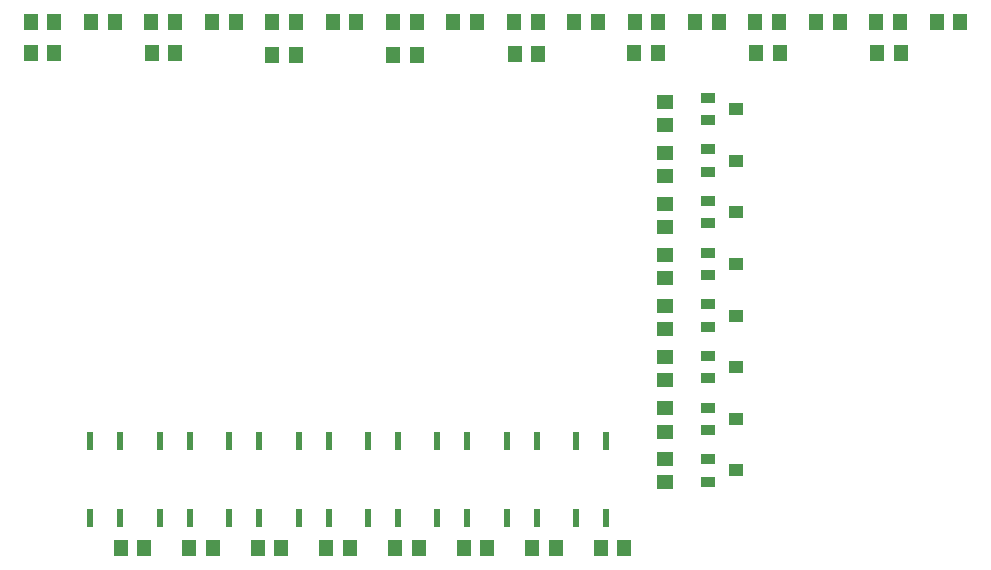
<source format=gbp>
%FSLAX25Y25*%
%MOIN*%
G70*
G01*
G75*
G04 Layer_Color=128*
%ADD10R,0.05512X0.04724*%
%ADD11R,0.04921X0.03543*%
%ADD12R,0.33465X0.42126*%
%ADD13R,0.12205X0.04331*%
%ADD14R,0.05906X0.03937*%
%ADD15R,0.05906X0.05906*%
%ADD16R,0.01969X0.07874*%
%ADD17O,0.01969X0.07874*%
%ADD18R,0.03937X0.05906*%
%ADD19R,0.04724X0.05512*%
%ADD20R,0.01969X0.06890*%
%ADD21O,0.01969X0.06890*%
%ADD22O,0.06890X0.01969*%
%ADD23C,0.03937*%
%ADD24C,0.01969*%
%ADD25C,0.01000*%
%ADD26C,0.02362*%
%ADD27C,0.03150*%
%ADD28C,0.01575*%
%ADD29C,0.11811*%
%ADD30C,0.05906*%
%ADD31C,0.06693*%
%ADD32R,0.07087X0.07087*%
%ADD33C,0.07874*%
%ADD34R,0.07087X0.07087*%
%ADD35C,0.07480*%
%ADD36R,0.06693X0.06693*%
%ADD37C,0.10630*%
%ADD38R,0.09843X0.09843*%
%ADD39R,0.09843X0.09843*%
%ADD40C,0.17716*%
%ADD41C,0.04724*%
%ADD42R,0.04724X0.04724*%
G04:AMPARAMS|DCode=43|XSize=98.43mil|YSize=118.11mil|CornerRadius=24.61mil|HoleSize=0mil|Usage=FLASHONLY|Rotation=90.000|XOffset=0mil|YOffset=0mil|HoleType=Round|Shape=RoundedRectangle|*
%AMROUNDEDRECTD43*
21,1,0.09843,0.06890,0,0,90.0*
21,1,0.04921,0.11811,0,0,90.0*
1,1,0.04921,0.03445,0.02461*
1,1,0.04921,0.03445,-0.02461*
1,1,0.04921,-0.03445,-0.02461*
1,1,0.04921,-0.03445,0.02461*
%
%ADD43ROUNDEDRECTD43*%
%ADD44R,0.11811X0.09843*%
%ADD45C,0.04724*%
%ADD46R,0.04724X0.04724*%
%ADD47C,0.06200*%
%ADD48R,0.05906X0.05906*%
%ADD49C,0.01969*%
%ADD50C,0.02362*%
%ADD51R,0.02362X0.05906*%
%ADD52R,0.04724X0.03937*%
%ADD53R,0.04724X0.03543*%
%ADD54R,0.05118X0.03543*%
%ADD55C,0.00787*%
%ADD56C,0.00394*%
%ADD57C,0.00400*%
%ADD58C,0.00500*%
%ADD59C,0.01200*%
%ADD60C,0.00591*%
%ADD61C,0.00600*%
%ADD62C,0.00236*%
%ADD63C,0.00984*%
D10*
X454969Y371894D02*
D03*
Y379768D02*
D03*
Y354894D02*
D03*
Y362768D02*
D03*
Y337894D02*
D03*
Y345768D02*
D03*
X454969Y320894D02*
D03*
Y328768D02*
D03*
X454969Y286894D02*
D03*
Y294768D02*
D03*
Y303894D02*
D03*
Y311768D02*
D03*
Y277728D02*
D03*
Y269854D02*
D03*
X454969Y252894D02*
D03*
Y260768D02*
D03*
D19*
X251539Y396213D02*
D03*
X243665D02*
D03*
X291806D02*
D03*
X283932D02*
D03*
X372339Y395425D02*
D03*
X364465D02*
D03*
X412836Y395819D02*
D03*
X404962D02*
D03*
X452728Y396213D02*
D03*
X444854D02*
D03*
X493407D02*
D03*
X485533D02*
D03*
X533693D02*
D03*
X525819D02*
D03*
X324159Y395499D02*
D03*
X332033D02*
D03*
X281500Y231000D02*
D03*
X273626D02*
D03*
X304357D02*
D03*
X296483D02*
D03*
X327214D02*
D03*
X319340D02*
D03*
X372929D02*
D03*
X365054D02*
D03*
X395786D02*
D03*
X387912D02*
D03*
X418643D02*
D03*
X410769D02*
D03*
X350071D02*
D03*
X342197D02*
D03*
X441500D02*
D03*
X433626D02*
D03*
X243626Y406500D02*
D03*
X251500D02*
D03*
X263759D02*
D03*
X271633D02*
D03*
X304026D02*
D03*
X311900D02*
D03*
X283893D02*
D03*
X291767D02*
D03*
X344293D02*
D03*
X352167D02*
D03*
X324159D02*
D03*
X332033D02*
D03*
X384559D02*
D03*
X392433D02*
D03*
X364426D02*
D03*
X372300D02*
D03*
X424826D02*
D03*
X432700D02*
D03*
X404693D02*
D03*
X412567Y406500D02*
D03*
X444959Y406500D02*
D03*
X452833D02*
D03*
X465093D02*
D03*
X472967D02*
D03*
X485226D02*
D03*
X493100D02*
D03*
X505359D02*
D03*
X513233D02*
D03*
X545626D02*
D03*
X553500D02*
D03*
X525493D02*
D03*
X533367D02*
D03*
D51*
X366071Y241000D02*
D03*
X356071D02*
D03*
X366071Y266590D02*
D03*
X356071D02*
D03*
X435500Y241000D02*
D03*
X425500D02*
D03*
X435500Y266590D02*
D03*
X425500D02*
D03*
X273500Y241000D02*
D03*
X263500D02*
D03*
X273500Y266590D02*
D03*
X263500D02*
D03*
X296643Y241000D02*
D03*
X286643D02*
D03*
X296643Y266590D02*
D03*
X286643D02*
D03*
X319786Y241000D02*
D03*
X309786D02*
D03*
X319786Y266590D02*
D03*
X309786D02*
D03*
X342929Y241000D02*
D03*
X332928D02*
D03*
X342929Y266590D02*
D03*
X332928D02*
D03*
X389214Y241000D02*
D03*
X379214D02*
D03*
X389214Y266590D02*
D03*
X379214D02*
D03*
X412357Y241000D02*
D03*
X402357D02*
D03*
X412357Y266590D02*
D03*
X402357D02*
D03*
D52*
X478594Y377394D02*
D03*
Y360179D02*
D03*
Y342965D02*
D03*
X478594Y325751D02*
D03*
Y308537D02*
D03*
X478594Y291322D02*
D03*
Y274108D02*
D03*
Y256894D02*
D03*
D53*
X469343Y381134D02*
D03*
Y363919D02*
D03*
Y346705D02*
D03*
X469343Y329491D02*
D03*
Y312277D02*
D03*
X469343Y295062D02*
D03*
Y277848D02*
D03*
Y260634D02*
D03*
D54*
X469343Y373654D02*
D03*
Y356439D02*
D03*
Y339225D02*
D03*
Y322011D02*
D03*
Y304796D02*
D03*
Y287582D02*
D03*
Y270368D02*
D03*
Y253153D02*
D03*
M02*

</source>
